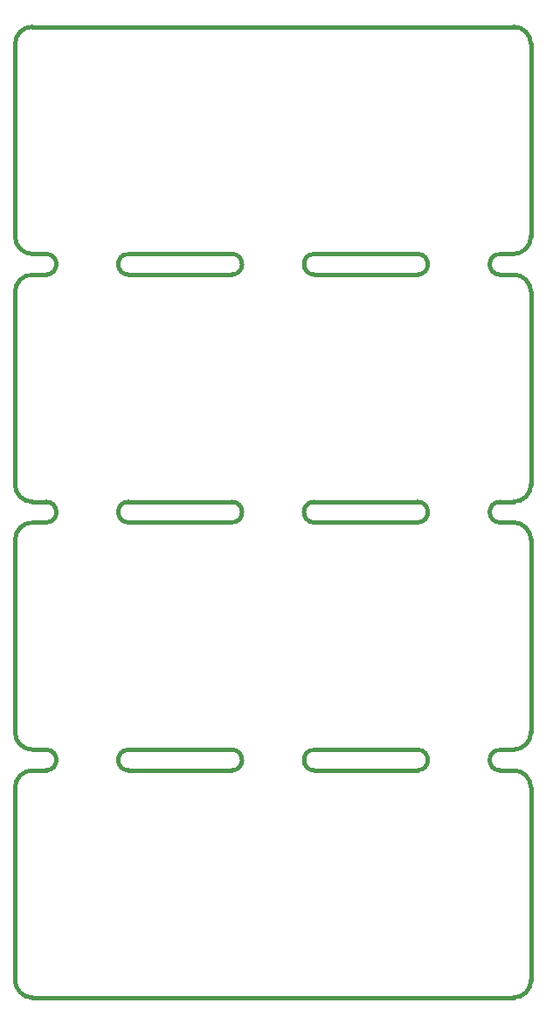
<source format=gbr>
%TF.GenerationSoftware,KiCad,Pcbnew,(6.0.5)*%
%TF.CreationDate,2022-06-24T16:36:08-05:00*%
%TF.ProjectId,Big Kahuna Board,42696720-4b61-4687-956e-6120426f6172,rev?*%
%TF.SameCoordinates,Original*%
%TF.FileFunction,Profile,NP*%
%FSLAX46Y46*%
G04 Gerber Fmt 4.6, Leading zero omitted, Abs format (unit mm)*
G04 Created by KiCad (PCBNEW (6.0.5)) date 2022-06-24 16:36:08*
%MOMM*%
%LPD*%
G01*
G04 APERTURE LIST*
%TA.AperFunction,Profile*%
%ADD10C,0.400000*%
%TD*%
G04 APERTURE END LIST*
D10*
X153850000Y-65989950D02*
G75*
G03*
X152160050Y-64300000I-1690000J-50D01*
G01*
X152160050Y-134300000D02*
G75*
G03*
X153850000Y-132610050I-50J1690000D01*
G01*
X152160050Y-110300000D02*
G75*
G03*
X153850000Y-108610050I-50J1690000D01*
G01*
X105539950Y-134300000D02*
X152160050Y-134300000D01*
X103850000Y-108610050D02*
G75*
G03*
X105539950Y-110300000I1690000J50D01*
G01*
X142850000Y-88300000D02*
G75*
G03*
X142850000Y-86300000I0J1000000D01*
G01*
X153850000Y-113989950D02*
G75*
G03*
X152160050Y-112300000I-1690000J-50D01*
G01*
X132850000Y-62300000D02*
G75*
G03*
X132850000Y-64300000I0J-1000000D01*
G01*
X103850000Y-89989950D02*
X103850000Y-108610050D01*
X114850000Y-62300000D02*
X124850000Y-62300000D01*
X105539950Y-64300000D02*
G75*
G03*
X103850000Y-65989950I50J-1690000D01*
G01*
X153850000Y-84610050D02*
X153850000Y-65989950D01*
X132850000Y-86300000D02*
G75*
G03*
X132850000Y-88300000I0J-1000000D01*
G01*
X132850000Y-110300000D02*
X142850000Y-110300000D01*
X152160050Y-112300000D02*
X150850000Y-112300000D01*
X103850000Y-41989950D02*
X103850000Y-60610050D01*
X142850000Y-64300000D02*
G75*
G03*
X142850000Y-62300000I0J1000000D01*
G01*
X152160050Y-40300000D02*
X105539950Y-40300000D01*
X150850000Y-62300000D02*
G75*
G03*
X150850000Y-64300000I0J-1000000D01*
G01*
X132850000Y-86300000D02*
X142850000Y-86300000D01*
X114850000Y-86300000D02*
G75*
G03*
X114850000Y-88300000I0J-1000000D01*
G01*
X124850000Y-88300000D02*
X114850000Y-88300000D01*
X103850000Y-60610050D02*
G75*
G03*
X105539950Y-62300000I1690000J50D01*
G01*
X150850000Y-86300000D02*
G75*
G03*
X150850000Y-88300000I0J-1000000D01*
G01*
X105539950Y-88300000D02*
G75*
G03*
X103850000Y-89989950I50J-1690000D01*
G01*
X150850000Y-110300000D02*
G75*
G03*
X150850000Y-112300000I0J-1000000D01*
G01*
X150850000Y-110300000D02*
X152160050Y-110300000D01*
X153850000Y-60610050D02*
X153850000Y-41989950D01*
X124850000Y-64300000D02*
G75*
G03*
X124850000Y-62300000I0J1000000D01*
G01*
X105539950Y-86300000D02*
X106850000Y-86300000D01*
X132850000Y-110300000D02*
G75*
G03*
X132850000Y-112300000I0J-1000000D01*
G01*
X105539950Y-62300000D02*
X106850000Y-62300000D01*
X142850000Y-88300000D02*
X132850000Y-88300000D01*
X153850000Y-132610050D02*
X153850000Y-113989950D01*
X153850000Y-108610050D02*
X153850000Y-89989950D01*
X150850000Y-86300000D02*
X152160050Y-86300000D01*
X105539950Y-40300000D02*
G75*
G03*
X103850000Y-41989950I50J-1690000D01*
G01*
X114850000Y-62300000D02*
G75*
G03*
X114850000Y-64300000I0J-1000000D01*
G01*
X106850000Y-112300000D02*
G75*
G03*
X106850000Y-110300000I0J1000000D01*
G01*
X152160050Y-64300000D02*
X150850000Y-64300000D01*
X124850000Y-64300000D02*
X114850000Y-64300000D01*
X103850000Y-65989950D02*
X103850000Y-84610050D01*
X152160050Y-62300000D02*
G75*
G03*
X153850000Y-60610050I-50J1690000D01*
G01*
X124850000Y-88300000D02*
G75*
G03*
X124850000Y-86300000I0J1000000D01*
G01*
X103850000Y-84610050D02*
G75*
G03*
X105539950Y-86300000I1690000J50D01*
G01*
X152160050Y-86300000D02*
G75*
G03*
X153850000Y-84610050I-50J1690000D01*
G01*
X124850000Y-112300000D02*
X114850000Y-112300000D01*
X142850000Y-64300000D02*
X132850000Y-64300000D01*
X106850000Y-88300000D02*
G75*
G03*
X106850000Y-86300000I0J1000000D01*
G01*
X114850000Y-110300000D02*
X124850000Y-110300000D01*
X103850000Y-113989950D02*
X103850000Y-132610050D01*
X132850000Y-62300000D02*
X142850000Y-62300000D01*
X153850000Y-41989950D02*
G75*
G03*
X152160050Y-40300000I-1690000J-50D01*
G01*
X105539950Y-112300000D02*
G75*
G03*
X103850000Y-113989950I50J-1690000D01*
G01*
X150850000Y-62300000D02*
X152160050Y-62300000D01*
X153850000Y-89989950D02*
G75*
G03*
X152160050Y-88300000I-1690000J-50D01*
G01*
X142850000Y-112300000D02*
X132850000Y-112300000D01*
X124850000Y-112300000D02*
G75*
G03*
X124850000Y-110300000I0J1000000D01*
G01*
X106850000Y-64300000D02*
X105539950Y-64300000D01*
X114850000Y-86300000D02*
X124850000Y-86300000D01*
X103850000Y-132610050D02*
G75*
G03*
X105539950Y-134300000I1690000J50D01*
G01*
X106850000Y-88300000D02*
X105539950Y-88300000D01*
X142850000Y-112300000D02*
G75*
G03*
X142850000Y-110300000I0J1000000D01*
G01*
X106850000Y-112300000D02*
X105539950Y-112300000D01*
X152160050Y-88300000D02*
X150850000Y-88300000D01*
X106850000Y-64300000D02*
G75*
G03*
X106850000Y-62300000I0J1000000D01*
G01*
X105539950Y-110300000D02*
X106850000Y-110300000D01*
X114850000Y-110300000D02*
G75*
G03*
X114850000Y-112300000I0J-1000000D01*
G01*
M02*

</source>
